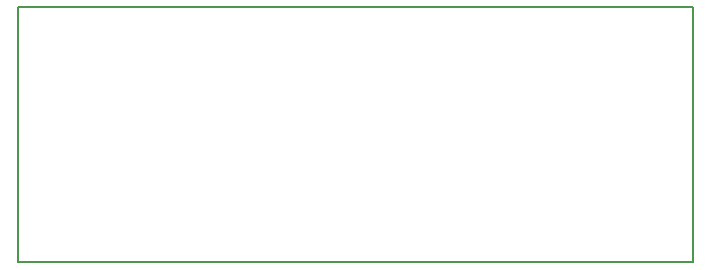
<source format=gbr>
G04 start of page 4 for group 2 idx 2 *
G04 Title: OpenTDCS, v4, outline *
G04 Creator: pcb 1.99z *
G04 CreationDate: Fri 15 Feb 2013 10:32:06 PM GMT UTC *
G04 For: nock *
G04 Format: Gerber/RS-274X *
G04 PCB-Dimensions (mil): 2250.00 850.00 *
G04 PCB-Coordinate-Origin: lower left *
%MOIN*%
%FSLAX25Y25*%
%LNOUTLINE*%
%ADD100C,0.0080*%
G54D100*X0Y85000D02*Y0D01*
Y85000D02*X225000D01*
X0Y0D02*X225000D01*
Y85000D02*Y0D01*
M02*

</source>
